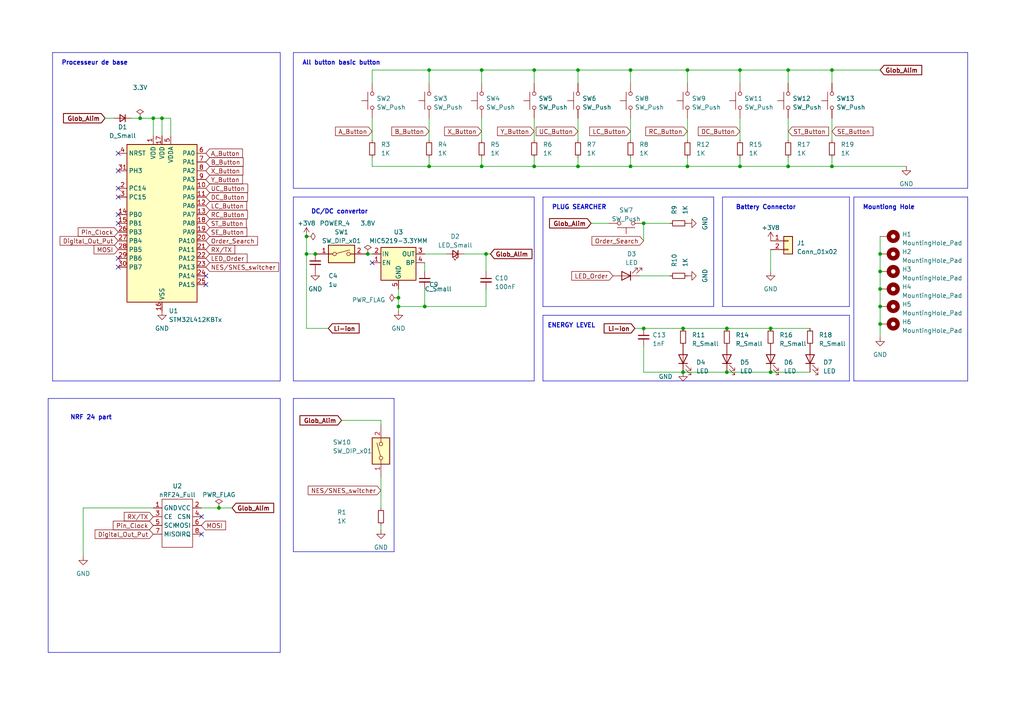
<source format=kicad_sch>
(kicad_sch (version 20230121) (generator eeschema)
  (paper "A4")
  (lib_symbols
    (symbol "Antenna_nRF24_2_4GHz:nRF24_FULL"
      (property "Reference" "U" (at 0 0 0))
      (property "Value" "nRF24_Full" (at 0 0 0))
      (symbol "nRF24_FULL_0_1"
        (rectangle (start -1.27 -1.27) (end 7.62 -15.24))
      )
      (symbol "nRF24_FULL_1_1"
        (pin power_in line (at -3.81 -3.81 0) (length 2.54) (name "GND") (number "1"))
        (pin power_in line (at 10.16 -3.81 180) (length 2.54) (name "VCC") (number "2"))
        (pin input line (at -3.81 -6.35 0) (length 2.54) (name "CE") (number "3"))
        (pin input line (at 10.16 -6.35 180) (length 2.54) (name "CSN") (number "4"))
        (pin input line (at -3.81 -8.89 0) (length 2.54) (name "SCK") (number "5"))
        (pin input line (at 10.16 -8.89 180) (length 2.54) (name "MOSI") (number "6"))
        (pin output line (at -3.81 -11.43 0) (length 2.54) (name "MISO") (number "7"))
        (pin input line (at 10.16 -11.43 180) (length 2.54) (name "IRQ") (number "8"))
      )
    )
    (symbol "Connector_Generic:Conn_01x02" (pin_names (offset 1.016) hide)
      (property "Reference" "J" (at 0 2.54 0))
      (property "Value" "Conn_01x02" (at 0 -5.08 0))
      (symbol "Conn_01x02_1_1"
        (rectangle (start -1.27 -2.413) (end 0 -2.667) (stroke (width 0.1524)))
        (rectangle (start -1.27 0.127) (end 0 -0.127) (stroke (width 0.1524)))
        (rectangle (start -1.27 1.27) (end 1.27 -3.81) (stroke (width 0.254)) (fill (type background)))
        (pin passive line (at -5.08 0 0) (length 3.81) (name "Pin_1") (number "1"))
        (pin passive line (at -5.08 -2.54 0) (length 3.81) (name "Pin_2") (number "2"))
      )
    )
    (symbol "Device:C_Small" (pin_numbers hide) (pin_names (offset 0.254) hide)
      (property "Reference" "C" (at 0.254 1.778 0))
      (property "Value" "C_Small" (at 0.254 -2.032 0))
      (symbol "C_Small_0_1"
        (polyline (pts (xy -1.524 -0.508) (xy 1.524 -0.508)) (stroke (width 0.3302)))
        (polyline (pts (xy -1.524 0.508) (xy 1.524 0.508)) (stroke (width 0.3048)))
      )
      (symbol "C_Small_1_1"
        (pin passive line (at 0 2.54 270) (length 2.032) (name "~") (number "1"))
        (pin passive line (at 0 -2.54 90) (length 2.032) (name "~") (number "2"))
      )
    )
    (symbol "Device:D_Small" (pin_numbers hide) (pin_names (offset 0.254) hide)
      (property "Reference" "D" (at -1.27 2.032 0))
      (property "Value" "D_Small" (at -3.81 -2.032 0))
      (symbol "D_Small_0_1"
        (polyline (pts (xy -0.762 -1.016) (xy -0.762 1.016)) (stroke (width 0.254)))
        (polyline (pts (xy -0.762 0) (xy 0.762 0)))
        (polyline (pts (xy 0.762 -1.016) (xy -0.762 0) (xy 0.762 1.016) (xy 0.762 -1.016)) (stroke (width 0.254)))
      )
      (symbol "D_Small_1_1"
        (pin passive line (at -2.54 0 0) (length 1.778) (name "K") (number "1"))
        (pin passive line (at 2.54 0 180) (length 1.778) (name "A") (number "2"))
      )
    )
    (symbol "Device:LED" (pin_numbers hide) (pin_names (offset 1.016) hide)
      (property "Reference" "D" (at 0 2.54 0))
      (property "Value" "LED" (at 0 -2.54 0))
      (symbol "LED_0_1"
        (polyline (pts (xy -1.27 -1.27) (xy -1.27 1.27)) (stroke (width 0.254)))
        (polyline (pts (xy -1.27 0) (xy 1.27 0)))
        (polyline (pts (xy 1.27 -1.27) (xy 1.27 1.27) (xy -1.27 0) (xy 1.27 -1.27)) (stroke (width 0.254)))
        (polyline (pts (xy -3.048 -0.762) (xy -4.572 -2.286) (xy -3.81 -2.286) (xy -4.572 -2.286) (xy -4.572 -1.524)))
        (polyline (pts (xy -1.778 -0.762) (xy -3.302 -2.286) (xy -2.54 -2.286) (xy -3.302 -2.286) (xy -3.302 -1.524)))
      )
      (symbol "LED_1_1"
        (pin passive line (at -3.81 0 0) (length 2.54) (name "K") (number "1"))
        (pin passive line (at 3.81 0 180) (length 2.54) (name "A") (number "2"))
      )
    )
    (symbol "Device:LED_Small" (pin_numbers hide) (pin_names (offset 0.254) hide)
      (property "Reference" "D" (at -1.27 3.175 0))
      (property "Value" "LED_Small" (at -4.445 -2.54 0))
      (symbol "LED_Small_0_1"
        (polyline (pts (xy -0.762 -1.016) (xy -0.762 1.016)) (stroke (width 0.254)))
        (polyline (pts (xy 1.016 0) (xy -0.762 0)))
        (polyline (pts (xy 0.762 -1.016) (xy -0.762 0) (xy 0.762 1.016) (xy 0.762 -1.016)) (stroke (width 0.254)))
        (polyline (pts (xy 0 0.762) (xy -0.508 1.27) (xy -0.254 1.27) (xy -0.508 1.27) (xy -0.508 1.016)))
        (polyline (pts (xy 0.508 1.27) (xy 0 1.778) (xy 0.254 1.778) (xy 0 1.778) (xy 0 1.524)))
      )
      (symbol "LED_Small_1_1"
        (pin passive line (at -2.54 0 0) (length 1.778) (name "K") (number "1"))
        (pin passive line (at 2.54 0 180) (length 1.778) (name "A") (number "2"))
      )
    )
    (symbol "Device:R_Small" (pin_numbers hide) (pin_names (offset 0.254) hide)
      (property "Reference" "R" (at 0.762 0.508 0))
      (property "Value" "R_Small" (at 0.762 -1.016 0))
      (symbol "R_Small_0_1"
        (rectangle (start -0.762 1.778) (end 0.762 -1.778) (stroke (width 0.2032)))
      )
      (symbol "R_Small_1_1"
        (pin passive line (at 0 2.54 270) (length 0.762) (name "~") (number "1"))
        (pin passive line (at 0 -2.54 90) (length 0.762) (name "~") (number "2"))
      )
    )
    (symbol "MCU_ST_STM32L4:STM32L412KBTx"
      (property "Reference" "U" (at -10.16 24.13 0))
      (property "Value" "STM32L412KBTx" (at 5.08 24.13 0))
      (symbol "STM32L412KBTx_0_1"
        (rectangle (start -10.16 -22.86) (end 10.16 22.86) (stroke (width 0.254)) (fill (type background)))
      )
      (symbol "STM32L412KBTx_1_1"
        (pin power_in line (at -2.54 25.4 270) (length 2.54) (name "VDD") (number "1"))
        (pin bidirectional line (at 12.7 10.16 180) (length 2.54) (name "PA4") (number "10"))
        (pin bidirectional line (at 12.7 7.62 180) (length 2.54) (name "PA5") (number "11"))
        (pin bidirectional line (at 12.7 5.08 180) (length 2.54) (name "PA6") (number "12"))
        (pin bidirectional line (at 12.7 2.54 180) (length 2.54) (name "PA7") (number "13"))
        (pin bidirectional line (at -12.7 2.54 0) (length 2.54) (name "PB0") (number "14"))
        (pin bidirectional line (at -12.7 0 0) (length 2.54) (name "PB1") (number "15"))
        (pin power_in line (at 0 -25.4 90) (length 2.54) (name "VSS") (number "16"))
        (pin power_in line (at 0 25.4 270) (length 2.54) (name "VDD") (number "17"))
        (pin bidirectional line (at 12.7 0 180) (length 2.54) (name "PA8") (number "18"))
        (pin bidirectional line (at 12.7 -2.54 180) (length 2.54) (name "PA9") (number "19"))
        (pin bidirectional line (at -12.7 10.16 0) (length 2.54) (name "PC14") (number "2"))
        (pin bidirectional line (at 12.7 -5.08 180) (length 2.54) (name "PA10") (number "20"))
        (pin bidirectional line (at 12.7 -7.62 180) (length 2.54) (name "PA11") (number "21"))
        (pin bidirectional line (at 12.7 -10.16 180) (length 2.54) (name "PA12") (number "22"))
        (pin bidirectional line (at 12.7 -12.7 180) (length 2.54) (name "PA13") (number "23"))
        (pin bidirectional line (at 12.7 -15.24 180) (length 2.54) (name "PA14") (number "24"))
        (pin bidirectional line (at 12.7 -17.78 180) (length 2.54) (name "PA15") (number "25"))
        (pin bidirectional line (at -12.7 -2.54 0) (length 2.54) (name "PB3") (number "26"))
        (pin bidirectional line (at -12.7 -5.08 0) (length 2.54) (name "PB4") (number "27"))
        (pin bidirectional line (at -12.7 -7.62 0) (length 2.54) (name "PB5") (number "28"))
        (pin bidirectional line (at -12.7 -10.16 0) (length 2.54) (name "PB6") (number "29"))
        (pin bidirectional line (at -12.7 7.62 0) (length 2.54) (name "PC15") (number "3"))
        (pin bidirectional line (at -12.7 -12.7 0) (length 2.54) (name "PB7") (number "30"))
        (pin bidirectional line (at -12.7 15.24 0) (length 2.54) (name "PH3") (number "31"))
        (pin passive line (at 0 -25.4 90) (length 2.54) hide (name "VSS") (number "32"))
        (pin input line (at -12.7 20.32 0) (length 2.54) (name "NRST") (number "4"))
        (pin power_in line (at 2.54 25.4 270) (length 2.54) (name "VDDA") (number "5"))
        (pin bidirectional line (at 12.7 20.32 180) (length 2.54) (name "PA0") (number "6"))
        (pin bidirectional line (at 12.7 17.78 180) (length 2.54) (name "PA1") (number "7"))
        (pin bidirectional line (at 12.7 15.24 180) (length 2.54) (name "PA2") (number "8"))
        (pin bidirectional line (at 12.7 12.7 180) (length 2.54) (name "PA3") (number "9"))
      )
    )
    (symbol "Mechanical:MountingHole_Pad" (pin_numbers hide) (pin_names (offset 1.016) hide)
      (property "Reference" "H" (at 0 6.35 0))
      (property "Value" "MountingHole_Pad" (at 0 4.445 0))
      (symbol "MountingHole_Pad_0_1"
        (circle (center 0 1.27) (radius 1.27) (stroke (width 1.27)))
      )
      (symbol "MountingHole_Pad_1_1"
        (pin input line (at 0 -2.54 90) (length 2.54) (name "1") (number "1"))
      )
    )
    (symbol "Regulator_Linear:MIC5219-3.3YMM" (pin_names (offset 0.254))
      (property "Reference" "U" (at -3.81 5.715 0))
      (property "Value" "MIC5219-3.3YMM" (at 0 5.715 0))
      (symbol "MIC5219-3.3YMM_0_1"
        (rectangle (start -5.08 4.445) (end 5.08 -5.08) (stroke (width 0.254)) (fill (type background)))
      )
      (symbol "MIC5219-3.3YMM_1_1"
        (pin input line (at -7.62 0 0) (length 2.54) (name "EN") (number "1"))
        (pin power_in line (at -7.62 2.54 0) (length 2.54) (name "IN") (number "2"))
        (pin power_out line (at 7.62 2.54 180) (length 2.54) (name "OUT") (number "3"))
        (pin input line (at 7.62 0 180) (length 2.54) (name "BP") (number "4"))
        (pin power_in line (at 0 -7.62 90) (length 2.54) (name "GND") (number "5"))
        (pin passive line (at 0 -7.62 90) (length 2.54) hide (name "GND") (number "6"))
        (pin passive line (at 0 -7.62 90) (length 2.54) hide (name "GND") (number "7"))
        (pin passive line (at 0 -7.62 90) (length 2.54) hide (name "GND") (number "8"))
      )
    )
    (symbol "Switch:SW_DIP_x01" (pin_names (offset 0) hide)
      (property "Reference" "SW" (at 0 3.81 0))
      (property "Value" "SW_DIP_x01" (at 0 -3.81 0))
      (symbol "SW_DIP_x01_0_0"
        (circle (center -2.032 0) (radius 0.508))
        (polyline (pts (xy -1.524 0.127) (xy 2.3622 1.1684)))
        (circle (center 2.032 0) (radius 0.508))
      )
      (symbol "SW_DIP_x01_0_1"
        (rectangle (start -3.81 2.54) (end 3.81 -2.54) (stroke (width 0.254)) (fill (type background)))
      )
      (symbol "SW_DIP_x01_1_1"
        (pin passive line (at -7.62 0 0) (length 5.08) (name "~") (number "1"))
        (pin passive line (at 7.62 0 180) (length 5.08) (name "~") (number "2"))
      )
    )
    (symbol "Switch:SW_Push" (pin_numbers hide) (pin_names (offset 1.016) hide)
      (property "Reference" "SW" (at 1.27 2.54 0))
      (property "Value" "SW_Push" (at 0 -1.524 0))
      (symbol "SW_Push_0_1"
        (circle (center -2.032 0) (radius 0.508))
        (polyline (pts (xy 0 1.27) (xy 0 3.048)))
        (polyline (pts (xy 2.54 1.27) (xy -2.54 1.27)))
        (circle (center 2.032 0) (radius 0.508))
        (pin passive line (at -5.08 0 0) (length 2.54) (name "1") (number "1"))
        (pin passive line (at 5.08 0 180) (length 2.54) (name "2") (number "2"))
      )
    )
    (symbol "power:+3V8" (power) (pin_names (offset 0))
      (property "Value" "+3V8" (at 0 3.556 0))
      (symbol "+3V8_0_1"
        (polyline (pts (xy -0.762 1.27) (xy 0 2.54)))
        (polyline (pts (xy 0 0) (xy 0 2.54)))
        (polyline (pts (xy 0 2.54) (xy 0.762 1.27)))
      )
      (symbol "+3V8_1_1"
        (pin power_in line (at 0 0 90) (length 0) hide (name "+3V8") (number "1"))
      )
    )
    (symbol "power:GND" (power) (pin_names (offset 0))
      (property "Value" "GND" (at 0 -3.81 0))
      (symbol "GND_0_1"
        (polyline (pts (xy 0 0) (xy 0 -1.27) (xy 1.27 -1.27) (xy 0 -2.54) (xy -1.27 -1.27) (xy 0 -1.27)))
      )
      (symbol "GND_1_1"
        (pin power_in line (at 0 0 270) (length 0) hide (name "GND") (number "1"))
      )
    )
    (symbol "power:PWR_FLAG" (power) (pin_numbers hide) (pin_names (offset 0) hide)
      (property "Value" "PWR_FLAG" (at 0 3.81 0))
      (symbol "PWR_FLAG_0_0"
        (pin power_out line (at 0 0 90) (length 0) (name "pwr") (number "1"))
      )
      (symbol "PWR_FLAG_0_1"
        (polyline (pts (xy 0 0) (xy 0 1.27) (xy -1.016 1.905) (xy 0 2.54) (xy 1.016 1.905) (xy 0 1.27)))
      )
    )
  )
  (junction (at 115.57 88.9))
  (junction (at 199.39 48.26))
  (junction (at 167.64 20.32))
  (junction (at 198.12 95.25))
  (junction (at 223.52 95.25))
  (junction (at 241.3 20.32))
  (junction (at 167.64 48.26))
  (junction (at 63.5 147.32))
  (junction (at 210.82 107.95))
  (junction (at 115.57 86.36))
  (junction (at 255.27 83.82))
  (junction (at 40.64 34.29))
  (junction (at 139.7 48.26))
  (junction (at 228.6 20.32))
  (junction (at 154.94 48.26))
  (junction (at 214.63 20.32))
  (junction (at 214.63 48.26))
  (junction (at 186.69 95.25))
  (junction (at 123.19 88.9))
  (junction (at 255.27 73.66))
  (junction (at 139.7 20.32))
  (junction (at 198.12 107.95))
  (junction (at 223.52 107.95))
  (junction (at 154.94 20.32))
  (junction (at 46.99 34.29))
  (junction (at 255.27 93.98))
  (junction (at 106.68 73.66))
  (junction (at 255.27 78.74))
  (junction (at 182.88 20.32))
  (junction (at 124.46 48.26))
  (junction (at 210.82 95.25))
  (junction (at 228.6 48.26))
  (junction (at 88.9 73.66))
  (junction (at 255.27 88.9))
  (junction (at 241.3 48.26))
  (junction (at 44.45 34.29))
  (junction (at 88.9 68.58))
  (junction (at 182.88 48.26))
  (junction (at 91.44 73.66))
  (junction (at 124.46 20.32))
  (junction (at 199.39 20.32))
  (junction (at 140.97 73.66))
  (junction (at 186.69 64.77))
  (no_connect (at 107.95 76.2))
  (no_connect (at 34.29 57.15))
  (no_connect (at 59.69 82.55))
  (no_connect (at 34.29 49.53))
  (no_connect (at 59.69 80.01))
  (no_connect (at 34.29 64.77))
  (no_connect (at 34.29 54.61))
  (no_connect (at 34.29 44.45))
  (no_connect (at 58.42 154.94))
  (no_connect (at 34.29 62.23))
  (no_connect (at 34.29 77.47))
  (no_connect (at 58.42 149.86))
  (no_connect (at 34.29 74.93))
  (polyline (pts (xy 15.24 110.49) (xy 81.28 110.49)))
  (polyline (pts (xy 157.48 57.15) (xy 207.01 57.15)))
  (wire (pts (xy 139.7 48.26) (xy 124.46 48.26)))
  (polyline (pts (xy 280.67 54.61) (xy 280.67 15.24)))
  (wire (pts (xy 241.3 45.72) (xy 241.3 48.26)))
  (wire (pts (xy 228.6 45.72) (xy 228.6 48.26)))
  (polyline (pts (xy 81.28 110.49) (xy 81.28 15.24)))
  (wire (pts (xy 228.6 40.64) (xy 228.6 34.29)))
  (wire (pts (xy 255.27 93.98) (xy 255.27 97.79)))
  (wire (pts (xy 199.39 45.72) (xy 199.39 48.26)))
  (wire (pts (xy 228.6 20.32) (xy 214.63 20.32)))
  (wire (pts (xy 88.9 68.58) (xy 88.9 73.66)))
  (polyline (pts (xy 209.55 57.15) (xy 209.55 88.9)))
  (polyline (pts (xy 13.97 115.57) (xy 81.28 115.57)))
  (wire (pts (xy 255.27 78.74) (xy 255.27 83.82)))
  (wire (pts (xy 186.69 64.77) (xy 194.31 64.77)))
  (wire (pts (xy 134.62 73.66) (xy 140.97 73.66)))
  (wire (pts (xy 241.3 20.32) (xy 241.3 24.13)))
  (polyline (pts (xy 85.09 110.49) (xy 154.94 110.49)))
  (wire (pts (xy 30.48 34.29) (xy 33.02 34.29)))
  (wire (pts (xy 67.31 147.32) (xy 63.5 147.32)))
  (wire (pts (xy 199.39 20.32) (xy 182.88 20.32)))
  (wire (pts (xy 255.27 73.66) (xy 255.27 78.74)))
  (wire (pts (xy 186.69 100.33) (xy 186.69 107.95)))
  (wire (pts (xy 124.46 20.32) (xy 107.95 20.32)))
  (polyline (pts (xy 280.67 57.15) (xy 280.67 110.49)))
  (polyline (pts (xy 85.09 57.15) (xy 154.94 57.15)))
  (wire (pts (xy 198.12 95.25) (xy 210.82 95.25)))
  (polyline (pts (xy 81.28 189.23) (xy 13.97 189.23)))
  (wire (pts (xy 182.88 40.64) (xy 182.88 34.29)))
  (wire (pts (xy 88.9 73.66) (xy 88.9 95.25)))
  (wire (pts (xy 154.94 48.26) (xy 139.7 48.26)))
  (polyline (pts (xy 247.65 57.15) (xy 247.65 110.49)))
  (wire (pts (xy 214.63 40.64) (xy 214.63 34.29)))
  (wire (pts (xy 214.63 20.32) (xy 214.63 24.13)))
  (wire (pts (xy 214.63 45.72) (xy 214.63 48.26)))
  (polyline (pts (xy 114.3 115.57) (xy 114.3 160.02)))
  (wire (pts (xy 255.27 20.32) (xy 241.3 20.32)))
  (wire (pts (xy 49.53 34.29) (xy 49.53 39.37)))
  (wire (pts (xy 124.46 48.26) (xy 107.95 48.26)))
  (wire (pts (xy 154.94 48.26) (xy 167.64 48.26)))
  (wire (pts (xy 63.5 147.32) (xy 58.42 147.32)))
  (polyline (pts (xy 157.48 57.15) (xy 157.48 88.9)))
  (polyline (pts (xy 85.09 15.24) (xy 280.67 15.24)))
  (wire (pts (xy 124.46 20.32) (xy 124.46 24.13)))
  (wire (pts (xy 223.52 95.25) (xy 234.95 95.25)))
  (polyline (pts (xy 207.01 88.9) (xy 157.48 88.9)))
  (polyline (pts (xy 114.3 160.02) (xy 85.09 160.02)))
  (wire (pts (xy 107.95 45.72) (xy 107.95 48.26)))
  (wire (pts (xy 140.97 78.74) (xy 140.97 73.66)))
  (wire (pts (xy 24.13 147.32) (xy 44.45 147.32)))
  (wire (pts (xy 184.15 95.25) (xy 186.69 95.25)))
  (wire (pts (xy 44.45 34.29) (xy 44.45 39.37)))
  (wire (pts (xy 255.27 83.82) (xy 255.27 88.9)))
  (polyline (pts (xy 15.24 15.24) (xy 81.28 15.24)))
  (polyline (pts (xy 13.97 115.57) (xy 13.97 189.23)))
  (wire (pts (xy 123.19 88.9) (xy 140.97 88.9)))
  (polyline (pts (xy 85.09 57.15) (xy 85.09 110.49)))
  (wire (pts (xy 199.39 20.32) (xy 199.39 24.13)))
  (wire (pts (xy 139.7 20.32) (xy 139.7 24.13)))
  (polyline (pts (xy 280.67 110.49) (xy 247.65 110.49)))
  (wire (pts (xy 194.31 80.01) (xy 185.42 80.01)))
  (wire (pts (xy 214.63 20.32) (xy 199.39 20.32)))
  (wire (pts (xy 139.7 20.32) (xy 124.46 20.32)))
  (polyline (pts (xy 246.38 110.49) (xy 246.38 91.44)))
  (wire (pts (xy 123.19 76.2) (xy 123.19 78.74)))
  (wire (pts (xy 123.19 73.66) (xy 129.54 73.66)))
  (wire (pts (xy 115.57 88.9) (xy 115.57 90.17)))
  (polyline (pts (xy 246.38 57.15) (xy 246.38 88.9)))
  (wire (pts (xy 228.6 20.32) (xy 241.3 20.32)))
  (wire (pts (xy 182.88 45.72) (xy 182.88 48.26)))
  (wire (pts (xy 140.97 73.66) (xy 142.24 73.66)))
  (wire (pts (xy 228.6 48.26) (xy 214.63 48.26)))
  (wire (pts (xy 241.3 40.64) (xy 241.3 34.29)))
  (polyline (pts (xy 85.09 15.24) (xy 85.09 54.61)))
  (wire (pts (xy 182.88 20.32) (xy 182.88 24.13)))
  (wire (pts (xy 46.99 34.29) (xy 49.53 34.29)))
  (wire (pts (xy 110.49 121.92) (xy 110.49 123.19)))
  (polyline (pts (xy 157.48 110.49) (xy 246.38 110.49)))
  (wire (pts (xy 154.94 20.32) (xy 139.7 20.32)))
  (wire (pts (xy 210.82 107.95) (xy 223.52 107.95)))
  (wire (pts (xy 88.9 73.66) (xy 91.44 73.66)))
  (wire (pts (xy 199.39 40.64) (xy 199.39 34.29)))
  (wire (pts (xy 186.69 107.95) (xy 198.12 107.95)))
  (wire (pts (xy 140.97 83.82) (xy 140.97 88.9)))
  (wire (pts (xy 107.95 40.64) (xy 107.95 34.29)))
  (wire (pts (xy 110.49 152.4) (xy 110.49 153.67)))
  (polyline (pts (xy 15.24 15.24) (xy 15.24 110.49)))
  (wire (pts (xy 255.27 68.58) (xy 255.27 73.66)))
  (wire (pts (xy 40.64 34.29) (xy 44.45 34.29)))
  (polyline (pts (xy 85.09 54.61) (xy 280.67 54.61)))
  (wire (pts (xy 223.52 107.95) (xy 234.95 107.95)))
  (wire (pts (xy 110.49 121.92) (xy 99.06 121.92)))
  (wire (pts (xy 115.57 86.36) (xy 115.57 88.9)))
  (wire (pts (xy 107.95 20.32) (xy 107.95 24.13)))
  (wire (pts (xy 124.46 40.64) (xy 124.46 34.29)))
  (wire (pts (xy 139.7 45.72) (xy 139.7 48.26)))
  (wire (pts (xy 24.13 147.32) (xy 24.13 161.29)))
  (wire (pts (xy 228.6 20.32) (xy 228.6 24.13)))
  (wire (pts (xy 228.6 48.26) (xy 241.3 48.26)))
  (polyline (pts (xy 154.94 110.49) (xy 154.94 57.15)))
  (wire (pts (xy 167.64 45.72) (xy 167.64 48.26)))
  (polyline (pts (xy 246.38 88.9) (xy 209.55 88.9)))
  (polyline (pts (xy 85.09 115.57) (xy 85.09 160.02)))
  (wire (pts (xy 167.64 20.32) (xy 167.64 24.13)))
  (wire (pts (xy 46.99 34.29) (xy 46.99 39.37)))
  (wire (pts (xy 186.69 95.25) (xy 198.12 95.25)))
  (wire (pts (xy 44.45 34.29) (xy 46.99 34.29)))
  (wire (pts (xy 123.19 83.82) (xy 123.19 88.9)))
  (wire (pts (xy 182.88 48.26) (xy 167.64 48.26)))
  (wire (pts (xy 262.89 48.26) (xy 241.3 48.26)))
  (polyline (pts (xy 157.48 91.44) (xy 246.38 91.44)))
  (wire (pts (xy 154.94 20.32) (xy 167.64 20.32)))
  (polyline (pts (xy 209.55 57.15) (xy 246.38 57.15)))
  (wire (pts (xy 154.94 40.64) (xy 154.94 34.29)))
  (wire (pts (xy 106.68 73.66) (xy 107.95 73.66)))
  (wire (pts (xy 199.39 48.26) (xy 182.88 48.26)))
  (wire (pts (xy 186.69 69.85) (xy 186.69 64.77)))
  (wire (pts (xy 214.63 48.26) (xy 199.39 48.26)))
  (wire (pts (xy 123.19 88.9) (xy 115.57 88.9)))
  (polyline (pts (xy 247.65 57.15) (xy 280.67 57.15)))
  (polyline (pts (xy 157.48 91.44) (xy 157.48 110.49)))
  (wire (pts (xy 182.88 20.32) (xy 167.64 20.32)))
  (polyline (pts (xy 207.01 57.15) (xy 207.01 88.9)))
  (wire (pts (xy 171.45 64.77) (xy 176.53 64.77)))
  (wire (pts (xy 154.94 20.32) (xy 154.94 24.13)))
  (wire (pts (xy 139.7 40.64) (xy 139.7 34.29)))
  (wire (pts (xy 38.1 34.29) (xy 40.64 34.29)))
  (wire (pts (xy 115.57 83.82) (xy 115.57 86.36)))
  (wire (pts (xy 110.49 147.32) (xy 110.49 138.43)))
  (wire (pts (xy 210.82 95.25) (xy 223.52 95.25)))
  (polyline (pts (xy 81.28 115.57) (xy 81.28 189.23)))
  (wire (pts (xy 198.12 107.95) (xy 210.82 107.95)))
  (wire (pts (xy 167.64 40.64) (xy 167.64 34.29)))
  (wire (pts (xy 124.46 45.72) (xy 124.46 48.26)))
  (wire (pts (xy 88.9 95.25) (xy 95.25 95.25)))
  (wire (pts (xy 154.94 45.72) (xy 154.94 48.26)))
  (wire (pts (xy 223.52 72.39) (xy 223.52 78.74)))
  (wire (pts (xy 255.27 88.9) (xy 255.27 93.98)))
  (polyline (pts (xy 85.09 115.57) (xy 114.3 115.57)))
  (text "NRF 24 part\n" (at 20.32 121.92 0) (effects (font (size 1.27 1.27) bold) (justify left bottom)))
  (text "Battery Connector" (at 213.36 60.96 0) (effects (font (size 1.27 1.27) (thickness 0.254) bold) (justify left bottom)))
  (text "Processeur de base" (at 17.78 19.05 0) (effects (font (size 1.27 1.27) (thickness 0.254) bold) (justify left bottom)))
  (text "DC/DC convertor\n" (at 90.17 62.23 0) (effects (font (size 1.27 1.27) bold) (justify left bottom)))
  (text "ENERGY LEVEL" (at 158.75 95.25 0) (effects (font (size 1.27 1.27) bold) (justify left bottom)))
  (text "All button basic button\n" (at 87.63 19.05 0) (effects (font (size 1.27 1.27) bold) (justify left bottom)))
  (text "PLUG SEARCHER" (at 160.02 60.96 0) (effects (font (size 1.27 1.27) (thickness 0.254) bold) (justify left bottom)))
  (text "Mountiong Hole" (at 250.19 60.96 0) (effects (font (size 1.27 1.27) bold) (justify left bottom)))
  (global_label "LC_Button" (shape input) (at 182.88 38.1 180) (property "Intersheetrefs" "${INTERSHEET_REFS}" (effects hide)))
  (global_label "NES{slash}SNES_switcher" (shape input) (at 59.69 77.47 0) (property "Intersheetrefs" "${INTERSHEET_REFS}" (effects hide)))
  (global_label "Order_Search" (shape input) (at 59.69 69.85 0) (property "Intersheetrefs" "${INTERSHEET_REFS}" (effects hide)))
  (global_label "Li-ion" (shape input) (at 95.25 95.25 0) (effects (font bold)) (property "Intersheetrefs" "${INTERSHEET_REFS}" (effects hide)))
  (global_label "ST_Button" (shape input) (at 228.6 38.1 0) (property "Intersheetrefs" "${INTERSHEET_REFS}" (effects hide)))
  (global_label "Glob_Alim" (shape input) (at 99.06 121.92 180) (effects (font bold)) (property "Intersheetrefs" "${INTERSHEET_REFS}" (effects hide)))
  (global_label "MOSI" (shape input) (at 34.29 72.39 180) (property "Intersheetrefs" "${INTERSHEET_REFS}" (effects hide)))
  (global_label "RX{slash}TX" (shape input) (at 44.45 149.86 180) (property "Intersheetrefs" "${INTERSHEET_REFS}" (effects hide)))
  (global_label "ST_Button" (shape input) (at 59.69 64.77 0) (property "Intersheetrefs" "${INTERSHEET_REFS}" (effects hide)))
  (global_label "B_Button" (shape input) (at 124.46 38.1 180) (property "Intersheetrefs" "${INTERSHEET_REFS}" (effects hide)))
  (global_label "Pin_Clock" (shape input) (at 34.29 67.31 180) (property "Intersheetrefs" "${INTERSHEET_REFS}" (effects hide)))
  (global_label "Glob_Alim" (shape input) (at 30.48 34.29 180) (effects (font bold)) (property "Intersheetrefs" "${INTERSHEET_REFS}" (effects hide)))
  (global_label "LC_Button" (shape input) (at 59.69 59.69 0) (property "Intersheetrefs" "${INTERSHEET_REFS}" (effects hide)))
  (global_label "B_Button" (shape input) (at 59.69 46.99 0) (property "Intersheetrefs" "${INTERSHEET_REFS}" (effects hide)))
  (global_label "Pin_Clock" (shape input) (at 44.45 152.4 180) (property "Intersheetrefs" "${INTERSHEET_REFS}" (effects hide)))
  (global_label "Glob_Alim" (shape input) (at 67.31 147.32 0) (effects (font bold)) (property "Intersheetrefs" "${INTERSHEET_REFS}" (effects hide)))
  (global_label "UC_Button" (shape input) (at 167.64 38.1 180) (property "Intersheetrefs" "${INTERSHEET_REFS}" (effects hide)))
  (global_label "Glob_Alim" (shape input) (at 171.45 64.77 180) (effects (font bold)) (property "Intersheetrefs" "${INTERSHEET_REFS}" (effects hide)))
  (global_label "X_Button" (shape input) (at 59.69 49.53 0) (property "Intersheetrefs" "${INTERSHEET_REFS}" (effects hide)))
  (global_label "SE_Button" (shape input) (at 59.69 67.31 0) (property "Intersheetrefs" "${INTERSHEET_REFS}" (effects hide)))
  (global_label "Y_Button" (shape input) (at 59.69 52.07 0) (property "Intersheetrefs" "${INTERSHEET_REFS}" (effects hide)))
  (global_label "DC_Button" (shape input) (at 214.63 38.1 180) (property "Intersheetrefs" "${INTERSHEET_REFS}" (effects hide)))
  (global_label "Y_Button" (shape input) (at 154.94 38.1 180) (property "Intersheetrefs" "${INTERSHEET_REFS}" (effects hide)))
  (global_label "Digital_Out_Put" (shape input) (at 44.45 154.94 180) (property "Intersheetrefs" "${INTERSHEET_REFS}" (effects hide)))
  (global_label "Glob_Alim" (shape input) (at 142.24 73.66 0) (effects (font bold)) (property "Intersheetrefs" "${INTERSHEET_REFS}" (effects hide)))
  (global_label "Li-ion" (shape input) (at 184.15 95.25 180) (effects (font bold)) (property "Intersheetrefs" "${INTERSHEET_REFS}" (effects hide)))
  (global_label "UC_Button" (shape input) (at 59.69 54.61 0) (property "Intersheetrefs" "${INTERSHEET_REFS}" (effects hide)))
  (global_label "RC_Button" (shape input) (at 199.39 38.1 180) (property "Intersheetrefs" "${INTERSHEET_REFS}" (effects hide)))
  (global_label "LED_Order" (shape input) (at 177.8 80.01 180) (property "Intersheetrefs" "${INTERSHEET_REFS}" (effects hide)))
  (global_label "MOSI" (shape input) (at 58.42 152.4 0) (property "Intersheetrefs" "${INTERSHEET_REFS}" (effects hide)))
  (global_label "NES{slash}SNES_switcher" (shape input) (at 110.49 142.24 180) (property "Intersheetrefs" "${INTERSHEET_REFS}" (effects hide)))
  (global_label "Glob_Alim" (shape input) (at 255.27 20.32 0) (effects (font bold)) (property "Intersheetrefs" "${INTERSHEET_REFS}" (effects hide)))
  (global_label "SE_Button" (shape input) (at 241.3 38.1 0) (property "Intersheetrefs" "${INTERSHEET_REFS}" (effects hide)))
  (global_label "RX{slash}TX" (shape input) (at 59.69 72.39 0) (property "Intersheetrefs" "${INTERSHEET_REFS}" (effects hide)))
  (global_label "RC_Button" (shape input) (at 59.69 62.23 0) (property "Intersheetrefs" "${INTERSHEET_REFS}" (effects hide)))
  (global_label "A_Button" (shape input) (at 107.95 38.1 180) (property "Intersheetrefs" "${INTERSHEET_REFS}" (effects hide)))
  (global_label "X_Button" (shape input) (at 139.7 38.1 180) (property "Intersheetrefs" "${INTERSHEET_REFS}" (effects hide)))
  (global_label "Order_Search" (shape input) (at 186.69 69.85 180) (property "Intersheetrefs" "${INTERSHEET_REFS}" (effects hide)))
  (global_label "A_Button" (shape input) (at 59.69 44.45 0) (property "Intersheetrefs" "${INTERSHEET_REFS}" (effects hide)))
  (global_label "Digital_Out_Put" (shape input) (at 34.29 69.85 180) (property "Intersheetrefs" "${INTERSHEET_REFS}" (effects hide)))
  (global_label "LED_Order" (shape input) (at 59.69 74.93 0) (property "Intersheetrefs" "${INTERSHEET_REFS}" (effects hide)))
  (global_label "DC_Button" (shape input) (at 59.69 57.15 0) (property "Intersheetrefs" "${INTERSHEET_REFS}" (effects hide)))
  (symbol (lib_id "Device:R_Small") (at 196.85 80.01 90) (unit 1)
    (property "Reference" "R10" (at 195.58 77.47 0) (effects (justify left)))
    (property "Value" "1K" (at 198.755 77.47 0) (effects (justify left)))
    (property "Footprint" "Resistor_SMD:R_0603_1608Metric_Pad0.98x0.95mm_HandSolder" (effects hide))
  )
  (symbol (lib_id "Device:R_Small") (at 210.82 97.79 0) (unit 1)
    (property "Reference" "R14" (at 213.36 97.155 0) (effects (justify left)))
    (property "Value" "R_Small" (at 213.36 99.695 0) (effects (justify left)))
    (property "Footprint" "Resistor_SMD:R_0603_1608Metric_Pad0.98x0.95mm_HandSolder" (effects hide))
  )
  (symbol (lib_id "power:GND") (at 24.13 161.29 0) (unit 1)
    (property "Reference" "#PWR01" (effects hide))
    (property "Value" "GND" (at 24.13 166.37 0))
  )
  (symbol (lib_id "Switch:SW_Push") (at 154.94 29.21 90) (unit 1)
    (property "Reference" "SW5" (at 156.21 28.575 90) (effects (justify right)))
    (property "Value" "SW_Push" (at 156.21 31.115 90) (effects (justify right)))
    (property "Footprint" "Button_Switch_THT:SW_PUSH_6mm_H5mm" (effects hide))
  )
  (symbol (lib_id "power:+3V8") (at 88.9 68.58 0) (unit 1)
    (property "Reference" "#PWR04" (effects hide))
    (property "Value" "+3V8" (at 88.9 64.77 0))
  )
  (symbol (lib_id "Device:LED") (at 223.52 104.14 90) (unit 1)
    (property "Reference" "D6" (at 227.33 105.0925 90) (effects (justify right)))
    (property "Value" "LED" (at 227.33 107.6325 90) (effects (justify right)))
    (property "Footprint" "LED_SMD:LED_0603_1608Metric_Pad1.05x0.95mm_HandSolder" (effects hide))
  )
  (symbol (lib_id "Device:R_Small") (at 228.6 43.18 0) (unit 1)
    (property "Reference" "R17" (at 231.14 41.91 0) (effects (justify left)))
    (property "Value" "1K" (at 231.14 44.45 0) (effects (justify left)))
    (property "Footprint" "Resistor_SMD:R_0603_1608Metric_Pad0.98x0.95mm_HandSolder" (effects hide))
  )
  (symbol (lib_id "Device:C_Small") (at 123.19 81.28 0) (unit 1)
    (property "Reference" "C9" (at 124.46 82.55 0) (effects (justify left)))
    (property "Value" "C_Small" (at 123.19 83.82 0) (effects (justify left)))
    (property "Footprint" "Capacitor_SMD:C_0603_1608Metric_Pad1.08x0.95mm_HandSolder" (effects hide))
  )
  (symbol (lib_id "Mechanical:MountingHole_Pad") (at 257.81 88.9 270) (unit 1)
    (property "Reference" "H5" (at 261.62 88.265 90) (effects (justify left)))
    (property "Value" "MountingHole_Pad" (at 261.62 90.805 90) (effects (justify left)))
    (property "Footprint" "MountingHole:MountingHole_3.2mm_M3_DIN965_Pad" (effects hide))
  )
  (symbol (lib_id "Device:R_Small") (at 167.64 43.18 0) (unit 1)
    (property "Reference" "R7" (at 170.18 41.91 0) (effects (justify left)))
    (property "Value" "1K" (at 170.18 44.45 0) (effects (justify left)))
    (property "Footprint" "Resistor_SMD:R_0603_1608Metric_Pad0.98x0.95mm_HandSolder" (effects hide))
  )
  (symbol (lib_id "Mechanical:MountingHole_Pad") (at 257.81 93.98 270) (unit 1)
    (property "Reference" "H6" (at 261.62 93.345 90) (effects (justify left)))
    (property "Value" "MountingHole_Pad" (at 261.62 95.885 90) (effects (justify left)))
    (property "Footprint" "MountingHole:MountingHole_3.2mm_M3_DIN965_Pad" (effects hide))
  )
  (symbol (lib_id "Device:LED") (at 210.82 104.14 90) (unit 1)
    (property "Reference" "D5" (at 214.63 105.0925 90) (effects (justify right)))
    (property "Value" "LED" (at 214.63 107.6325 90) (effects (justify right)))
    (property "Footprint" "LED_SMD:LED_0603_1608Metric_Pad1.05x0.95mm_HandSolder" (effects hide))
  )
  (symbol (lib_id "Device:LED_Small") (at 132.08 73.66 180) (unit 1)
    (property "Reference" "D2" (at 132.0165 68.58 0))
    (property "Value" "LED_Small" (at 132.0165 71.12 0))
    (property "Footprint" "LED_SMD:LED_0603_1608Metric_Pad1.05x0.95mm_HandSolder" (effects hide))
  )
  (symbol (lib_id "power:GND") (at 262.89 48.26 0) (unit 1)
    (property "Reference" "#PWR018" (effects hide))
    (property "Value" "GND" (at 262.89 53.34 0))
  )
  (symbol (lib_id "Switch:SW_Push") (at 139.7 29.21 90) (unit 1)
    (property "Reference" "SW4" (at 140.97 28.575 90) (effects (justify right)))
    (property "Value" "SW_Push" (at 140.97 31.115 90) (effects (justify right)))
    (property "Footprint" "Button_Switch_THT:SW_PUSH_6mm_H5mm" (effects hide))
  )
  (symbol (lib_id "Device:R_Small") (at 139.7 43.18 0) (unit 1)
    (property "Reference" "R5" (at 142.24 41.91 0) (effects (justify left)))
    (property "Value" "1K" (at 142.24 44.45 0) (effects (justify left)))
    (property "Footprint" "Resistor_SMD:R_0603_1608Metric_Pad0.98x0.95mm_HandSolder" (effects hide))
  )
  (symbol (lib_id "Mechanical:MountingHole_Pad") (at 257.81 78.74 270) (unit 1)
    (property "Reference" "H3" (at 261.62 78.105 90) (effects (justify left)))
    (property "Value" "MountingHole_Pad" (at 261.62 80.645 90) (effects (justify left)))
    (property "Footprint" "MountingHole:MountingHole_3.2mm_M3_DIN965_Pad" (effects hide))
  )
  (symbol (lib_id "Device:R_Small") (at 154.94 43.18 0) (unit 1)
    (property "Reference" "R6" (at 157.48 41.91 0) (effects (justify left)))
    (property "Value" "1K" (at 157.48 44.45 0) (effects (justify left)))
    (property "Footprint" "Resistor_SMD:R_0603_1608Metric_Pad0.98x0.95mm_HandSolder" (effects hide))
  )
  (symbol (lib_id "Switch:SW_Push") (at 181.61 64.77 180) (unit 1)
    (property "Reference" "SW7" (at 181.61 60.96 0))
    (property "Value" "SW_Push" (at 181.61 63.5 0))
    (property "Footprint" "Button_Switch_THT:SW_PUSH_6mm_H5mm" (effects hide))
  )
  (symbol (lib_id "Connector_Generic:Conn_01x02") (at 228.6 69.85 0) (unit 1)
    (property "Reference" "J1" (at 231.14 70.485 0) (effects (justify left)))
    (property "Value" "Conn_01x02" (at 231.14 73.025 0) (effects (justify left)))
    (property "Footprint" "Connector_JST:JST_XH_B2B-XH-A_1x02_P2.50mm_Vertical" (effects hide))
  )
  (symbol (lib_id "Device:C_Small") (at 91.44 76.2 0) (unit 1)
    (property "Reference" "C4" (at 95.25 80.01 0) (effects (justify left)))
    (property "Value" "1u" (at 95.25 82.55 0) (effects (justify left)))
    (property "Footprint" "Capacitor_SMD:C_0603_1608Metric_Pad1.08x0.95mm_HandSolder" (effects hide))
  )
  (symbol (lib_id "Device:R_Small") (at 214.63 43.18 0) (unit 1)
    (property "Reference" "R15" (at 217.17 41.91 0) (effects (justify left)))
    (property "Value" "1K" (at 217.17 44.45 0) (effects (justify left)))
    (property "Footprint" "Resistor_SMD:R_0603_1608Metric_Pad0.98x0.95mm_HandSolder" (effects hide))
  )
  (symbol (lib_id "Device:D_Small") (at 35.56 34.29 180) (unit 1)
    (property "Reference" "D1" (at 35.56 36.83 0))
    (property "Value" "D_Small" (at 35.56 39.37 0))
    (property "Footprint" "Diode_SMD:D_0603_1608Metric_Pad1.05x0.95mm_HandSolder" (effects hide))
    (property "Sim.Device" "D" (effects hide))
    (property "Sim.Pins" "1=K 2=A" (effects hide))
  )
  (symbol (lib_id "Switch:SW_Push") (at 228.6 29.21 90) (unit 1)
    (property "Reference" "SW12" (at 229.87 28.575 90) (effects (justify right)))
    (property "Value" "SW_Push" (at 229.87 31.115 90) (effects (justify right)))
    (property "Footprint" "Button_Switch_THT:SW_PUSH_6mm_H5mm" (effects hide))
  )
  (symbol (lib_id "Switch:SW_DIP_x01") (at 99.06 73.66 0) (unit 1)
    (property "Reference" "SW1" (at 99.06 67.31 0))
    (property "Value" "SW_DIP_x01" (at 99.06 69.85 0))
    (property "Footprint" "Button_Switch_SMD:SW_DIP_SPSTx01_Slide_Copal_CHS-01B_W7.62mm_P1.27mm" (effects hide))
  )
  (symbol (lib_id "power:PWR_FLAG") (at 40.64 34.29 0) (unit 1)
    (property "Reference" "#FLG02" (effects hide))
    (property "Value" "3.3V" (at 40.64 25.4 0))
  )
  (symbol (lib_id "Device:LED") (at 234.95 104.14 90) (unit 1)
    (property "Reference" "D7" (at 238.76 105.0925 90) (effects (justify right)))
    (property "Value" "LED" (at 238.76 107.6325 90) (effects (justify right)))
    (property "Footprint" "LED_SMD:LED_0603_1608Metric_Pad1.05x0.95mm_HandSolder" (effects hide))
  )
  (symbol (lib_id "Mechanical:MountingHole_Pad") (at 257.81 83.82 270) (unit 1)
    (property "Reference" "H4" (at 261.62 83.185 90) (effects (justify left)))
    (property "Value" "MountingHole_Pad" (at 261.62 85.725 90) (effects (justify left)))
    (property "Footprint" "MountingHole:MountingHole_3.2mm_M3_DIN965_Pad" (effects hide))
  )
  (symbol (lib_id "Device:R_Small") (at 199.39 43.18 0) (unit 1)
    (property "Reference" "R12" (at 201.93 41.91 0) (effects (justify left)))
    (property "Value" "1K" (at 201.93 44.45 0) (effects (justify left)))
    (property "Footprint" "Resistor_SMD:R_0603_1608Metric_Pad0.98x0.95mm_HandSolder" (effects hide))
  )
  (symbol (lib_id "Device:R_Small") (at 196.85 64.77 90) (unit 1)
    (property "Reference" "R9" (at 195.58 62.23 0) (effects (justify left)))
    (property "Value" "1K" (at 198.755 62.23 0) (effects (justify left)))
    (property "Footprint" "Resistor_SMD:R_0603_1608Metric_Pad0.98x0.95mm_HandSolder" (effects hide))
  )
  (symbol (lib_id "power:GND") (at 198.12 107.95 0) (unit 1)
    (property "Reference" "#PWR011" (effects hide))
    (property "Value" "GND" (at 193.04 109.22 0))
  )
  (symbol (lib_id "power:GND") (at 199.39 80.01 90) (unit 1)
    (property "Reference" "#PWR013" (effects hide))
    (property "Value" "GND" (at 204.47 80.01 0))
  )
  (symbol (lib_id "power:GND") (at 91.44 78.74 0) (unit 1)
    (property "Reference" "#PWR05" (effects hide))
    (property "Value" "GND" (at 91.44 83.82 0))
  )
  (symbol (lib_id "Switch:SW_Push") (at 107.95 29.21 90) (unit 1)
    (property "Reference" "SW2" (at 109.22 28.575 90) (effects (justify right)))
    (property "Value" "SW_Push" (at 109.22 31.115 90) (effects (justify right)))
    (property "Footprint" "Button_Switch_THT:SW_PUSH_6mm_H5mm" (effects hide))
  )
  (symbol (lib_id "power:PWR_FLAG") (at 106.68 73.66 0) (unit 1)
    (property "Reference" "#FLG05" (effects hide))
    (property "Value" "3.8V" (at 106.68 64.77 0))
  )
  (symbol (lib_id "power:GND") (at 46.99 90.17 0) (unit 1)
    (property "Reference" "#PWR02" (effects hide))
    (property "Value" "GND" (at 46.99 95.25 0))
  )
  (symbol (lib_id "Device:LED") (at 181.61 80.01 180) (unit 1)
    (property "Reference" "D3" (at 183.1975 73.66 0))
    (property "Value" "LED" (at 183.1975 76.2 0))
    (property "Footprint" "LED_SMD:LED_0603_1608Metric_Pad1.05x0.95mm_HandSolder" (effects hide))
  )
  (symbol (lib_id "Antenna_nRF24_2_4GHz:nRF24_FULL") (at 48.26 143.51 0) (unit 1)
    (property "Reference" "U2" (at 51.435 140.97 0))
    (property "Value" "nRF24_Full" (at 51.435 143.51 0))
    (property "Footprint" "Connector_PinHeader_2.00mm:PinHeader_2x04_P2.00mm_Vertical" (effects hide))
  )
  (symbol (lib_id "Switch:SW_Push") (at 214.63 29.21 90) (unit 1)
    (property "Reference" "SW11" (at 215.9 28.575 90) (effects (justify right)))
    (property "Value" "SW_Push" (at 215.9 31.115 90) (effects (justify right)))
    (property "Footprint" "Button_Switch_THT:SW_PUSH_6mm_H5mm" (effects hide))
  )
  (symbol (lib_id "power:GND") (at 110.49 153.67 0) (unit 1)
    (property "Reference" "#PWR03" (effects hide))
    (property "Value" "GND" (at 110.49 158.75 0))
  )
  (symbol (lib_id "Switch:SW_Push") (at 241.3 29.21 90) (unit 1)
    (property "Reference" "SW13" (at 242.57 28.575 90) (effects (justify right)))
    (property "Value" "SW_Push" (at 242.57 31.115 90) (effects (justify right)))
    (property "Footprint" "Button_Switch_THT:SW_PUSH_6mm_H5mm" (effects hide))
  )
  (symbol (lib_id "Device:R_Small") (at 198.12 97.79 0) (unit 1)
    (property "Reference" "R11" (at 200.66 97.155 0) (effects (justify left)))
    (property "Value" "R_Small" (at 200.66 99.695 0) (effects (justify left)))
    (property "Footprint" "Resistor_SMD:R_0603_1608Metric_Pad0.98x0.95mm_HandSolder" (effects hide))
  )
  (symbol (lib_id "power:+3V8") (at 223.52 69.85 0) (unit 1)
    (property "Reference" "#PWR015" (effects hide))
    (property "Value" "+3V8" (at 223.52 66.04 0))
  )
  (symbol (lib_id "Switch:SW_Push") (at 124.46 29.21 90) (unit 1)
    (property "Reference" "SW3" (at 125.73 28.575 90) (effects (justify right)))
    (property "Value" "SW_Push" (at 125.73 31.115 90) (effects (justify right)))
    (property "Footprint" "Button_Switch_THT:SW_PUSH_6mm_H5mm" (effects hide))
  )
  (symbol (lib_id "power:GND") (at 115.57 90.17 0) (unit 1)
    (property "Reference" "#PWR07" (effects hide))
    (property "Value" "GND" (at 115.57 95.25 0))
  )
  (symbol (lib_id "Switch:SW_DIP_x01") (at 110.49 130.81 90) (unit 1)
    (property "Reference" "SW10" (at 96.52 128.27 90) (effects (justify right)))
    (property "Value" "SW_DIP_x01" (at 96.52 130.81 90) (effects (justify right)))
    (property "Footprint" "Button_Switch_SMD:SW_DIP_SPSTx01_Slide_Copal_CHS-01B_W7.62mm_P1.27mm" (effects hide))
  )
  (symbol (lib_id "Switch:SW_Push") (at 167.64 29.21 90) (unit 1)
    (property "Reference" "SW6" (at 168.91 28.575 90) (effects (justify right)))
    (property "Value" "SW_Push" (at 168.91 31.115 90) (effects (justify right)))
    (property "Footprint" "Button_Switch_THT:SW_PUSH_6mm_H5mm" (effects hide))
  )
  (symbol (lib_id "Device:R_Small") (at 124.46 43.18 0) (unit 1)
    (property "Reference" "R4" (at 127 41.91 0) (effects (justify left)))
    (property "Value" "1K" (at 127 44.45 0) (effects (justify left)))
    (property "Footprint" "Resistor_SMD:R_0603_1608Metric_Pad0.98x0.95mm_HandSolder" (effects hide))
  )
  (symbol (lib_id "Mechanical:MountingHole_Pad") (at 257.81 73.66 270) (unit 1)
    (property "Reference" "H2" (at 261.62 73.025 90) (effects (justify left)))
    (property "Value" "MountingHole_Pad" (at 261.62 75.565 90) (effects (justify left)))
    (property "Footprint" "MountingHole:MountingHole_3.2mm_M3_DIN965_Pad" (effects hide))
  )
  (symbol (lib_id "power:PWR_FLAG") (at 115.57 86.36 90) (unit 1)
    (property "Reference" "#FLG03" (effects hide))
    (property "Value" "PWR_FLAG" (at 111.76 86.995 90) (effects (justify left)))
  )
  (symbol (lib_id "power:GND") (at 223.52 78.74 0) (unit 1)
    (property "Reference" "#PWR016" (effects hide))
    (property "Value" "GND" (at 223.52 83.82 0))
  )
  (symbol (lib_id "Device:R_Small") (at 241.3 43.18 0) (unit 1)
    (property "Reference" "R19" (at 243.84 41.91 0) (effects (justify left)))
    (property "Value" "1K" (at 243.84 44.45 0) (effects (justify left)))
    (property "Footprint" "Resistor_SMD:R_0603_1608Metric_Pad0.98x0.95mm_HandSolder" (effects hide))
  )
  (symbol (lib_id "Device:R_Small") (at 107.95 43.18 0) (unit 1)
    (property "Reference" "R3" (at 110.49 41.91 0) (effects (justify left)))
    (property "Value" "1K" (at 110.49 44.45 0) (effects (justify left)))
    (property "Footprint" "Resistor_SMD:R_0603_1608Metric_Pad0.98x0.95mm_HandSolder" (effects hide))
  )
  (symbol (lib_id "Device:C_Small") (at 140.97 81.28 0) (unit 1)
    (property "Reference" "C10" (at 143.51 80.6513 0) (effects (justify left)))
    (property "Value" "100nF" (at 143.51 83.1913 0) (effects (justify left)))
    (property "Footprint" "Capacitor_SMD:C_0603_1608Metric_Pad1.08x0.95mm_HandSolder" (effects hide))
  )
  (symbol (lib_id "power:GND") (at 199.39 64.77 90) (unit 1)
    (property "Reference" "#PWR012" (effects hide))
    (property "Value" "GND" (at 204.47 64.77 0))
  )
  (symbol (lib_id "Device:R_Small") (at 234.95 97.79 0) (unit 1)
    (property "Reference" "R18" (at 237.49 97.155 0) (effects (justify left)))
    (property "Value" "R_Small" (at 237.49 99.695 0) (effects (justify left)))
    (property "Footprint" "Resistor_SMD:R_0603_1608Metric_Pad0.98x0.95mm_HandSolder" (effects hide))
  )
  (symbol (lib_id "power:GND") (at 255.27 97.79 0) (unit 1)
    (property "Reference" "#PWR017" (effects hide))
    (property "Value" "GND" (at 255.27 102.87 0))
  )
  (symbol (lib_id "power:PWR_FLAG") (at 88.9 68.58 270) (unit 1)
    (property "Reference" "#FLG04" (effects hide))
    (property "Value" "POWER_4" (at 92.71 64.77 90) (effects (justify left)))
  )
  (symbol (lib_id "power:PWR_FLAG") (at 63.5 147.32 0) (unit 1)
    (property "Reference" "#FLG01" (effects hide))
    (property "Value" "PWR_FLAG" (at 63.5 143.51 0))
  )
  (symbol (lib_id "Device:LED") (at 198.12 104.14 90) (unit 1)
    (property "Reference" "D4" (at 201.93 105.0925 90) (effects (justify right)))
    (property "Value" "LED" (at 201.93 107.6325 90) (effects (justify right)))
    (property "Footprint" "LED_SMD:LED_0603_1608Metric_Pad1.05x0.95mm_HandSolder" (effects hide))
  )
  (symbol (lib_id "Device:R_Small") (at 223.52 97.79 0) (unit 1)
    (property "Reference" "R16" (at 226.06 97.155 0) (effects (justify left)))
    (property "Value" "R_Small" (at 226.06 99.695 0) (effects (justify left)))
    (property "Footprint" "Resistor_SMD:R_0603_1608Metric_Pad0.98x0.95mm_HandSolder" (effects hide))
  )
  (symbol (lib_id "Regulator_Linear:MIC5219-3.3YMM") (at 115.57 76.2 0) (unit 1)
    (property "Reference" "U3" (at 115.57 67.31 0))
    (property "Value" "MIC5219-3.3YMM" (at 115.57 69.85 0))
    (property "Footprint" "Package_SO:MSOP-8_3x3mm_P0.65mm" (effects hide))
    (property "Datasheet" "http://ww1.microchip.com/downloads/en/DeviceDoc/MIC5219-500mA-Peak-Output-LDO-Regulator-DS20006021A.pdf" (effects hide))
  )
  (symbol (lib_id "Switch:SW_Push") (at 199.39 29.21 90) (unit 1)
    (property "Reference" "SW9" (at 200.66 28.575 90) (effects (justify right)))
    (property "Value" "SW_Push" (at 200.66 31.115 90) (effects (justify right)))
    (property "Footprint" "Button_Switch_THT:SW_PUSH_6mm_H5mm" (effects hide))
  )
  (symbol (lib_id "Mechanical:MountingHole_Pad") (at 257.81 68.58 270) (unit 1)
    (property "Reference" "H1" (at 261.62 67.945 90) (effects (justify left)))
    (property "Value" "MountingHole_Pad" (at 261.62 70.485 90) (effects (justify left)))
    (property "Footprint" "MountingHole:MountingHole_3.2mm_M3_DIN965_Pad" (effects hide))
  )
  (symbol (lib_id "Device:R_Small") (at 182.88 43.18 0) (unit 1)
    (property "Reference" "R8" (at 185.42 41.91 0) (effects (justify left)))
    (property "Value" "1K" (at 185.42 44.45 0) (effects (justify left)))
    (property "Footprint" "Resistor_SMD:R_0603_1608Metric_Pad0.98x0.95mm_HandSolder" (effects hide))
  )
  (symbol (lib_id "MCU_ST_STM32L4:STM32L412KBTx") (at 46.99 64.77 0) (unit 1)
    (property "Reference" "U1" (at 48.9459 90.17 0) (effects (justify left)))
    (property "Value" "STM32L412KBTx" (at 48.9459 92.71 0) (effects (justify left)))
    (property "Footprint" "Package_QFP:LQFP-32_7x7mm_P0.8mm" (effects hide))
    (property "Datasheet" "https://www.st.com/resource/en/datasheet/stm32l412kb.pdf" (effects hide))
  )
  (symbol (lib_id "Device:R_Small") (at 110.49 149.86 0) (unit 1)
    (property "Reference" "R1" (at 97.79 148.59 0) (effects (justify left)))
    (property "Value" "1K" (at 97.79 151.13 0) (effects (justify left)))
    (property "Footprint" "Resistor_SMD:R_0603_1608Metric_Pad0.98x0.95mm_HandSolder" (effects hide))
  )
  (symbol (lib_id "Switch:SW_Push") (at 182.88 29.21 90) (unit 1)
    (property "Reference" "SW8" (at 184.15 28.575 90) (effects (justify right)))
    (property "Value" "SW_Push" (at 184.15 31.115 90) (effects (justify right)))
    (property "Footprint" "Button_Switch_THT:SW_PUSH_6mm_H5mm" (effects hide))
  )
  (symbol (lib_id "Device:C_Small") (at 186.69 97.79 0) (unit 1)
    (property "Reference" "C13" (at 189.23 97.1613 0) (effects (justify left)))
    (property "Value" "1nF" (at 189.23 99.7013 0) (effects (justify left)))
    (property "Footprint" "Capacitor_SMD:C_0603_1608Metric_Pad1.08x0.95mm_HandSolder" (effects hide))
  )
)
</source>
